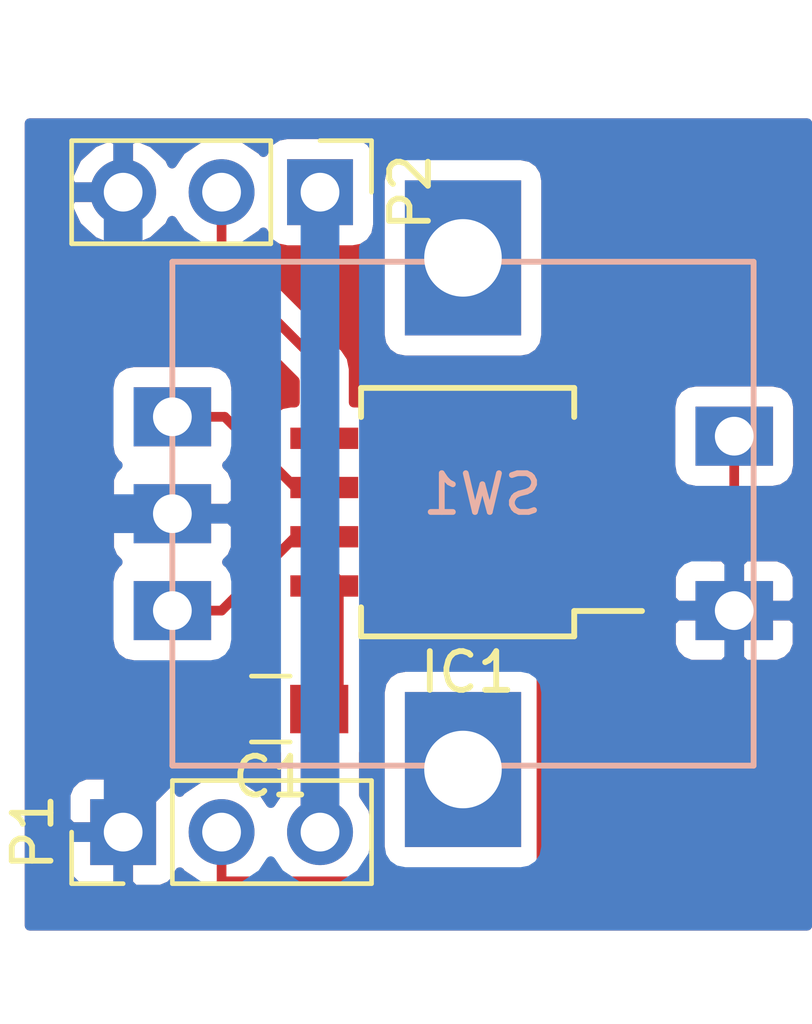
<source format=kicad_pcb>
(kicad_pcb (version 4) (host pcbnew 4.0.5)

  (general
    (links 13)
    (no_connects 0)
    (area 156.715 95.296666 189.491667 128.223333)
    (thickness 1.6)
    (drawings 0)
    (tracks 37)
    (zones 0)
    (modules 5)
    (nets 9)
  )

  (page A4)
  (layers
    (0 F.Cu signal)
    (31 B.Cu signal)
    (32 B.Adhes user)
    (33 F.Adhes user)
    (34 B.Paste user)
    (35 F.Paste user)
    (36 B.SilkS user)
    (37 F.SilkS user)
    (38 B.Mask user)
    (39 F.Mask user)
    (40 Dwgs.User user)
    (41 Cmts.User user)
    (42 Eco1.User user)
    (43 Eco2.User user)
    (44 Edge.Cuts user)
    (45 Margin user)
    (46 B.CrtYd user)
    (47 F.CrtYd user)
    (48 B.Fab user)
    (49 F.Fab user)
  )

  (setup
    (last_trace_width 0.25)
    (trace_clearance 0.2)
    (zone_clearance 0.508)
    (zone_45_only yes)
    (trace_min 0.2)
    (segment_width 0.2)
    (edge_width 0.1)
    (via_size 0.6)
    (via_drill 0.4)
    (via_min_size 0.4)
    (via_min_drill 0.3)
    (uvia_size 0.3)
    (uvia_drill 0.1)
    (uvias_allowed no)
    (uvia_min_size 0.2)
    (uvia_min_drill 0.1)
    (pcb_text_width 0.3)
    (pcb_text_size 1.5 1.5)
    (mod_edge_width 0.15)
    (mod_text_size 1 1)
    (mod_text_width 0.15)
    (pad_size 1.5 1.5)
    (pad_drill 0.6)
    (pad_to_mask_clearance 0)
    (aux_axis_origin 0 0)
    (visible_elements FFFFFF7F)
    (pcbplotparams
      (layerselection 0x00030_80000001)
      (usegerberextensions false)
      (excludeedgelayer true)
      (linewidth 0.100000)
      (plotframeref false)
      (viasonmask false)
      (mode 1)
      (useauxorigin false)
      (hpglpennumber 1)
      (hpglpenspeed 20)
      (hpglpendiameter 15)
      (hpglpenoverlay 2)
      (psnegative false)
      (psa4output false)
      (plotreference true)
      (plotvalue true)
      (plotinvisibletext false)
      (padsonsilk false)
      (subtractmaskfromsilk false)
      (outputformat 1)
      (mirror false)
      (drillshape 1)
      (scaleselection 1)
      (outputdirectory ""))
  )

  (net 0 "")
  (net 1 +5V)
  (net 2 GND)
  (net 3 "Net-(IC1-Pad1)")
  (net 4 "Net-(IC1-Pad2)")
  (net 5 "Net-(IC1-Pad3)")
  (net 6 "Net-(IC1-Pad5)")
  (net 7 "Net-(IC1-Pad6)")
  (net 8 "Net-(IC1-Pad7)")

  (net_class Default "This is the default net class."
    (clearance 0.2)
    (trace_width 0.25)
    (via_dia 0.6)
    (via_drill 0.4)
    (uvia_dia 0.3)
    (uvia_drill 0.1)
    (add_net "Net-(IC1-Pad1)")
    (add_net "Net-(IC1-Pad2)")
    (add_net "Net-(IC1-Pad3)")
    (add_net "Net-(IC1-Pad5)")
    (add_net "Net-(IC1-Pad6)")
    (add_net "Net-(IC1-Pad7)")
  )

  (net_class Power ""
    (clearance 0.2)
    (trace_width 1)
    (via_dia 0.6)
    (via_drill 0.4)
    (uvia_dia 0.3)
    (uvia_drill 0.1)
    (add_net +5V)
    (add_net GND)
  )

  (module MatthewLib:RotEnc (layer B.Cu) (tedit 5A79900C) (tstamp 5B06C3B1)
    (at 161.29 114.3)
    (path /5A785A70)
    (fp_text reference SW1 (at 8 -3) (layer B.SilkS)
      (effects (font (size 1 1) (thickness 0.15)) (justify mirror))
    )
    (fp_text value Rotary_Encoder_Switch (at 8 8) (layer B.Fab) hide
      (effects (font (size 1 1) (thickness 0.15)) (justify mirror))
    )
    (fp_line (start 0 0) (end 0 4) (layer B.SilkS) (width 0.15))
    (fp_line (start 0 4) (end 15 4) (layer B.SilkS) (width 0.15))
    (fp_line (start 15 4) (end 15 -9) (layer B.SilkS) (width 0.15))
    (fp_line (start 15 -9) (end 0 -9) (layer B.SilkS) (width 0.15))
    (fp_line (start 0 -9) (end 0 0) (layer B.SilkS) (width 0.15))
    (pad 1 thru_hole rect (at 0 0) (size 2 1.524) (drill 1) (layers *.Cu *.Mask)
      (net 8 "Net-(IC1-Pad7)"))
    (pad 2 thru_hole rect (at 0 -2.5) (size 2 1.524) (drill 1) (layers *.Cu *.Mask)
      (net 2 GND))
    (pad 3 thru_hole rect (at 0 -5) (size 2 1.524) (drill 1) (layers *.Cu *.Mask)
      (net 7 "Net-(IC1-Pad6)"))
    (pad 4 thru_hole rect (at 14.5 -4.5) (size 2 1.524) (drill 1) (layers *.Cu *.Mask)
      (net 4 "Net-(IC1-Pad2)"))
    (pad 5 thru_hole rect (at 14.5 0) (size 2 1.524) (drill 1) (layers *.Cu *.Mask)
      (net 2 GND))
    (pad "" thru_hole rect (at 7.5 4.1) (size 3 4) (drill 2) (layers *.Cu *.Mask))
    (pad "" thru_hole rect (at 7.5 -9.1) (size 3 4) (drill 2) (layers *.Cu *.Mask))
  )

  (module Capacitors_SMD:C_0805_HandSoldering (layer F.Cu) (tedit 58AA84A8) (tstamp 5B06C38C)
    (at 163.83 116.84 180)
    (descr "Capacitor SMD 0805, hand soldering")
    (tags "capacitor 0805")
    (path /5A798CD1)
    (attr smd)
    (fp_text reference C1 (at 0 -1.75 180) (layer F.SilkS)
      (effects (font (size 1 1) (thickness 0.15)))
    )
    (fp_text value C (at 0 1.75 180) (layer F.Fab)
      (effects (font (size 1 1) (thickness 0.15)))
    )
    (fp_text user %R (at 0 -1.75 180) (layer F.Fab)
      (effects (font (size 1 1) (thickness 0.15)))
    )
    (fp_line (start -1 0.62) (end -1 -0.62) (layer F.Fab) (width 0.1))
    (fp_line (start 1 0.62) (end -1 0.62) (layer F.Fab) (width 0.1))
    (fp_line (start 1 -0.62) (end 1 0.62) (layer F.Fab) (width 0.1))
    (fp_line (start -1 -0.62) (end 1 -0.62) (layer F.Fab) (width 0.1))
    (fp_line (start 0.5 -0.85) (end -0.5 -0.85) (layer F.SilkS) (width 0.12))
    (fp_line (start -0.5 0.85) (end 0.5 0.85) (layer F.SilkS) (width 0.12))
    (fp_line (start -2.25 -0.88) (end 2.25 -0.88) (layer F.CrtYd) (width 0.05))
    (fp_line (start -2.25 -0.88) (end -2.25 0.87) (layer F.CrtYd) (width 0.05))
    (fp_line (start 2.25 0.87) (end 2.25 -0.88) (layer F.CrtYd) (width 0.05))
    (fp_line (start 2.25 0.87) (end -2.25 0.87) (layer F.CrtYd) (width 0.05))
    (pad 1 smd rect (at -1.25 0 180) (size 1.5 1.25) (layers F.Cu F.Paste F.Mask)
      (net 1 +5V))
    (pad 2 smd rect (at 1.25 0 180) (size 1.5 1.25) (layers F.Cu F.Paste F.Mask)
      (net 2 GND))
    (model Capacitors_SMD.3dshapes/C_0805.wrl
      (at (xyz 0 0 0))
      (scale (xyz 1 1 1))
      (rotate (xyz 0 0 0))
    )
  )

  (module Housings_SOIC:SO-8_5.3x6.2mm_Pitch1.27mm (layer F.Cu) (tedit 59920130) (tstamp 5B06C398)
    (at 168.91 111.76 180)
    (descr "8-Lead Plastic Small Outline, 5.3x6.2mm Body (http://www.ti.com.cn/cn/lit/ds/symlink/tl7705a.pdf)")
    (tags "SOIC 1.27")
    (path /5A785B17)
    (attr smd)
    (fp_text reference IC1 (at 0 -4.13 180) (layer F.SilkS)
      (effects (font (size 1 1) (thickness 0.15)))
    )
    (fp_text value ATTINY85-P (at 0 4.13 180) (layer F.Fab)
      (effects (font (size 1 1) (thickness 0.15)))
    )
    (fp_text user %R (at 0 0 180) (layer F.Fab)
      (effects (font (size 1 1) (thickness 0.15)))
    )
    (fp_line (start -1.65 -3.1) (end 2.65 -3.1) (layer F.Fab) (width 0.15))
    (fp_line (start 2.65 -3.1) (end 2.65 3.1) (layer F.Fab) (width 0.15))
    (fp_line (start 2.65 3.1) (end -2.65 3.1) (layer F.Fab) (width 0.15))
    (fp_line (start -2.65 3.1) (end -2.65 -2.1) (layer F.Fab) (width 0.15))
    (fp_line (start -2.65 -2.1) (end -1.65 -3.1) (layer F.Fab) (width 0.15))
    (fp_line (start -4.83 -3.35) (end -4.83 3.35) (layer F.CrtYd) (width 0.05))
    (fp_line (start 4.83 -3.35) (end 4.83 3.35) (layer F.CrtYd) (width 0.05))
    (fp_line (start -4.83 -3.35) (end 4.83 -3.35) (layer F.CrtYd) (width 0.05))
    (fp_line (start -4.83 3.35) (end 4.83 3.35) (layer F.CrtYd) (width 0.05))
    (fp_line (start -2.75 -3.205) (end -2.75 -2.55) (layer F.SilkS) (width 0.15))
    (fp_line (start 2.75 -3.205) (end 2.75 -2.455) (layer F.SilkS) (width 0.15))
    (fp_line (start 2.75 3.205) (end 2.75 2.455) (layer F.SilkS) (width 0.15))
    (fp_line (start -2.75 3.205) (end -2.75 2.455) (layer F.SilkS) (width 0.15))
    (fp_line (start -2.75 -3.205) (end 2.75 -3.205) (layer F.SilkS) (width 0.15))
    (fp_line (start -2.75 3.205) (end 2.75 3.205) (layer F.SilkS) (width 0.15))
    (fp_line (start -2.75 -2.55) (end -4.5 -2.55) (layer F.SilkS) (width 0.15))
    (pad 1 smd rect (at -3.7 -1.905 180) (size 1.75 0.55) (layers F.Cu F.Paste F.Mask)
      (net 3 "Net-(IC1-Pad1)"))
    (pad 2 smd rect (at -3.7 -0.635 180) (size 1.75 0.55) (layers F.Cu F.Paste F.Mask)
      (net 4 "Net-(IC1-Pad2)"))
    (pad 3 smd rect (at -3.7 0.635 180) (size 1.75 0.55) (layers F.Cu F.Paste F.Mask)
      (net 5 "Net-(IC1-Pad3)"))
    (pad 4 smd rect (at -3.7 1.905 180) (size 1.75 0.55) (layers F.Cu F.Paste F.Mask)
      (net 2 GND))
    (pad 5 smd rect (at 3.7 1.905 180) (size 1.75 0.55) (layers F.Cu F.Paste F.Mask)
      (net 6 "Net-(IC1-Pad5)"))
    (pad 6 smd rect (at 3.7 0.635 180) (size 1.75 0.55) (layers F.Cu F.Paste F.Mask)
      (net 7 "Net-(IC1-Pad6)"))
    (pad 7 smd rect (at 3.7 -0.635 180) (size 1.75 0.55) (layers F.Cu F.Paste F.Mask)
      (net 8 "Net-(IC1-Pad7)"))
    (pad 8 smd rect (at 3.7 -1.905 180) (size 1.75 0.55) (layers F.Cu F.Paste F.Mask)
      (net 1 +5V))
    (model ${KISYS3DMOD}/Housings_SOIC.3dshapes/SO-8_5.3x6.2mm_Pitch1.27mm.wrl
      (at (xyz 0 0 0))
      (scale (xyz 1 1 1))
      (rotate (xyz 0 0 0))
    )
  )

  (module Pin_Headers:Pin_Header_Straight_1x03_Pitch2.54mm (layer F.Cu) (tedit 59650532) (tstamp 5B06C39F)
    (at 160.02 120.015 90)
    (descr "Through hole straight pin header, 1x03, 2.54mm pitch, single row")
    (tags "Through hole pin header THT 1x03 2.54mm single row")
    (path /5A785E95)
    (fp_text reference P1 (at 0 -2.33 90) (layer F.SilkS)
      (effects (font (size 1 1) (thickness 0.15)))
    )
    (fp_text value CONN_01X03 (at 0 7.41 90) (layer F.Fab)
      (effects (font (size 1 1) (thickness 0.15)))
    )
    (fp_line (start -0.635 -1.27) (end 1.27 -1.27) (layer F.Fab) (width 0.1))
    (fp_line (start 1.27 -1.27) (end 1.27 6.35) (layer F.Fab) (width 0.1))
    (fp_line (start 1.27 6.35) (end -1.27 6.35) (layer F.Fab) (width 0.1))
    (fp_line (start -1.27 6.35) (end -1.27 -0.635) (layer F.Fab) (width 0.1))
    (fp_line (start -1.27 -0.635) (end -0.635 -1.27) (layer F.Fab) (width 0.1))
    (fp_line (start -1.33 6.41) (end 1.33 6.41) (layer F.SilkS) (width 0.12))
    (fp_line (start -1.33 1.27) (end -1.33 6.41) (layer F.SilkS) (width 0.12))
    (fp_line (start 1.33 1.27) (end 1.33 6.41) (layer F.SilkS) (width 0.12))
    (fp_line (start -1.33 1.27) (end 1.33 1.27) (layer F.SilkS) (width 0.12))
    (fp_line (start -1.33 0) (end -1.33 -1.33) (layer F.SilkS) (width 0.12))
    (fp_line (start -1.33 -1.33) (end 0 -1.33) (layer F.SilkS) (width 0.12))
    (fp_line (start -1.8 -1.8) (end -1.8 6.85) (layer F.CrtYd) (width 0.05))
    (fp_line (start -1.8 6.85) (end 1.8 6.85) (layer F.CrtYd) (width 0.05))
    (fp_line (start 1.8 6.85) (end 1.8 -1.8) (layer F.CrtYd) (width 0.05))
    (fp_line (start 1.8 -1.8) (end -1.8 -1.8) (layer F.CrtYd) (width 0.05))
    (fp_text user %R (at 0 2.54 180) (layer F.Fab)
      (effects (font (size 1 1) (thickness 0.15)))
    )
    (pad 1 thru_hole rect (at 0 0 90) (size 1.7 1.7) (drill 1) (layers *.Cu *.Mask)
      (net 2 GND))
    (pad 2 thru_hole oval (at 0 2.54 90) (size 1.7 1.7) (drill 1) (layers *.Cu *.Mask)
      (net 5 "Net-(IC1-Pad3)"))
    (pad 3 thru_hole oval (at 0 5.08 90) (size 1.7 1.7) (drill 1) (layers *.Cu *.Mask)
      (net 1 +5V))
    (model ${KISYS3DMOD}/Pin_Headers.3dshapes/Pin_Header_Straight_1x03_Pitch2.54mm.wrl
      (at (xyz 0 0 0))
      (scale (xyz 1 1 1))
      (rotate (xyz 0 0 0))
    )
  )

  (module Pin_Headers:Pin_Header_Straight_1x03_Pitch2.54mm (layer F.Cu) (tedit 59650532) (tstamp 5B06C3A6)
    (at 165.1 103.505 270)
    (descr "Through hole straight pin header, 1x03, 2.54mm pitch, single row")
    (tags "Through hole pin header THT 1x03 2.54mm single row")
    (path /5A785EE2)
    (fp_text reference P2 (at 0 -2.33 270) (layer F.SilkS)
      (effects (font (size 1 1) (thickness 0.15)))
    )
    (fp_text value CONN_01X03 (at 0 7.41 270) (layer F.Fab)
      (effects (font (size 1 1) (thickness 0.15)))
    )
    (fp_line (start -0.635 -1.27) (end 1.27 -1.27) (layer F.Fab) (width 0.1))
    (fp_line (start 1.27 -1.27) (end 1.27 6.35) (layer F.Fab) (width 0.1))
    (fp_line (start 1.27 6.35) (end -1.27 6.35) (layer F.Fab) (width 0.1))
    (fp_line (start -1.27 6.35) (end -1.27 -0.635) (layer F.Fab) (width 0.1))
    (fp_line (start -1.27 -0.635) (end -0.635 -1.27) (layer F.Fab) (width 0.1))
    (fp_line (start -1.33 6.41) (end 1.33 6.41) (layer F.SilkS) (width 0.12))
    (fp_line (start -1.33 1.27) (end -1.33 6.41) (layer F.SilkS) (width 0.12))
    (fp_line (start 1.33 1.27) (end 1.33 6.41) (layer F.SilkS) (width 0.12))
    (fp_line (start -1.33 1.27) (end 1.33 1.27) (layer F.SilkS) (width 0.12))
    (fp_line (start -1.33 0) (end -1.33 -1.33) (layer F.SilkS) (width 0.12))
    (fp_line (start -1.33 -1.33) (end 0 -1.33) (layer F.SilkS) (width 0.12))
    (fp_line (start -1.8 -1.8) (end -1.8 6.85) (layer F.CrtYd) (width 0.05))
    (fp_line (start -1.8 6.85) (end 1.8 6.85) (layer F.CrtYd) (width 0.05))
    (fp_line (start 1.8 6.85) (end 1.8 -1.8) (layer F.CrtYd) (width 0.05))
    (fp_line (start 1.8 -1.8) (end -1.8 -1.8) (layer F.CrtYd) (width 0.05))
    (fp_text user %R (at 0 2.54 360) (layer F.Fab)
      (effects (font (size 1 1) (thickness 0.15)))
    )
    (pad 1 thru_hole rect (at 0 0 270) (size 1.7 1.7) (drill 1) (layers *.Cu *.Mask)
      (net 1 +5V))
    (pad 2 thru_hole oval (at 0 2.54 270) (size 1.7 1.7) (drill 1) (layers *.Cu *.Mask)
      (net 6 "Net-(IC1-Pad5)"))
    (pad 3 thru_hole oval (at 0 5.08 270) (size 1.7 1.7) (drill 1) (layers *.Cu *.Mask)
      (net 2 GND))
    (model ${KISYS3DMOD}/Pin_Headers.3dshapes/Pin_Header_Straight_1x03_Pitch2.54mm.wrl
      (at (xyz 0 0 0))
      (scale (xyz 1 1 1))
      (rotate (xyz 0 0 0))
    )
  )

  (segment (start 165.1 120.015) (end 165.1 116.86) (width 1) (layer F.Cu) (net 1) (status 10))
  (segment (start 165.1 116.86) (end 165.08 116.84) (width 1) (layer F.Cu) (net 1) (tstamp 5B06C711))
  (segment (start 165.21 113.665) (end 165.21 116.71) (width 1) (layer F.Cu) (net 1))
  (segment (start 165.21 116.71) (end 165.08 116.84) (width 1) (layer F.Cu) (net 1) (tstamp 5B06C703))
  (segment (start 165.1 120.015) (end 165.1 103.505) (width 1) (layer B.Cu) (net 1) (status 20))
  (segment (start 165.1 113.775) (end 165.21 113.665) (width 0.25) (layer F.Cu) (net 1) (tstamp 5B06C5E3))
  (segment (start 162.58 116.84) (end 162.56 116.84) (width 1) (layer F.Cu) (net 2))
  (segment (start 162.56 116.84) (end 160.02 119.38) (width 1) (layer F.Cu) (net 2) (tstamp 5B06C70A))
  (segment (start 160.02 119.38) (end 160.02 120.015) (width 1) (layer F.Cu) (net 2) (tstamp 5B06C70D) (status 20))
  (segment (start 161.29 111.8) (end 158.75 111.8) (width 1) (layer B.Cu) (net 2))
  (segment (start 158.75 111.8) (end 158.75 111.76) (width 1) (layer B.Cu) (net 2) (tstamp 5B06C6B9))
  (segment (start 160.02 120.015) (end 160.02 116.84) (width 1) (layer B.Cu) (net 2) (status 10))
  (segment (start 160.02 106.68) (end 160.02 103.505) (width 1) (layer B.Cu) (net 2) (tstamp 5B06C6B6) (status 20))
  (segment (start 158.75 107.95) (end 160.02 106.68) (width 1) (layer B.Cu) (net 2) (tstamp 5B06C6B5))
  (segment (start 158.75 115.57) (end 158.75 111.76) (width 1) (layer B.Cu) (net 2) (tstamp 5B06C6AC))
  (segment (start 158.75 111.76) (end 158.75 107.95) (width 1) (layer B.Cu) (net 2) (tstamp 5B06C6BC))
  (segment (start 160.02 116.84) (end 158.75 115.57) (width 1) (layer B.Cu) (net 2) (tstamp 5B06C6A8))
  (segment (start 160.02 120.015) (end 160.02 119.38) (width 1) (layer B.Cu) (net 2) (status 10))
  (segment (start 160.02 119.38) (end 162.56 116.84) (width 1) (layer B.Cu) (net 2) (tstamp 5B06C6A0))
  (segment (start 172.61 112.395) (end 174.625 112.395) (width 0.25) (layer F.Cu) (net 4))
  (segment (start 175.79 111.23) (end 175.79 109.8) (width 0.25) (layer F.Cu) (net 4) (tstamp 5B06C5DA))
  (segment (start 174.625 112.395) (end 175.79 111.23) (width 0.25) (layer F.Cu) (net 4) (tstamp 5B06C5D5))
  (segment (start 172.61 111.125) (end 170.815 111.125) (width 0.25) (layer F.Cu) (net 5))
  (segment (start 162.56 121.285) (end 162.56 120.015) (width 0.25) (layer F.Cu) (net 5) (tstamp 5B06CB52) (status 800020))
  (segment (start 170.815 121.285) (end 162.56 121.285) (width 0.25) (layer F.Cu) (net 5) (tstamp 5B06CB4D))
  (segment (start 170.815 111.125) (end 170.815 121.285) (width 0.25) (layer F.Cu) (net 5) (tstamp 5B06CB4B))
  (segment (start 162.56 120.015) (end 162.56 120.65) (width 0.25) (layer F.Cu) (net 5) (status 30))
  (segment (start 162.56 120.015) (end 162.56 120.65) (width 0.25) (layer F.Cu) (net 5) (tstamp 5B06C790) (status 30))
  (segment (start 165.21 109.855) (end 165.21 108.06) (width 0.25) (layer F.Cu) (net 6))
  (segment (start 162.56 105.41) (end 162.56 103.505) (width 0.25) (layer F.Cu) (net 6) (tstamp 5B06C6E6) (status 20))
  (segment (start 165.21 108.06) (end 162.56 105.41) (width 0.25) (layer F.Cu) (net 6) (tstamp 5B06C6E2))
  (segment (start 165.21 111.125) (end 164.465 111.125) (width 0.25) (layer F.Cu) (net 7))
  (segment (start 164.465 111.125) (end 162.64 109.3) (width 0.25) (layer F.Cu) (net 7) (tstamp 5B06C6EA))
  (segment (start 162.64 109.3) (end 161.29 109.3) (width 0.25) (layer F.Cu) (net 7) (tstamp 5B06C6F2))
  (segment (start 161.29 114.3) (end 162.56 114.3) (width 0.25) (layer F.Cu) (net 8))
  (segment (start 162.56 114.3) (end 164.465 112.395) (width 0.25) (layer F.Cu) (net 8) (tstamp 5B06C6F7))
  (segment (start 164.465 112.395) (end 165.21 112.395) (width 0.25) (layer F.Cu) (net 8) (tstamp 5B06C6FA))

  (zone (net 2) (net_name GND) (layer F.Cu) (tstamp 5B06C7DF) (hatch edge 0.508)
    (connect_pads (clearance 0.508))
    (min_thickness 0.254)
    (fill yes (arc_segments 16) (thermal_gap 0.508) (thermal_bridge_width 0.508))
    (polygon
      (pts
        (xy 177.8 122.555) (xy 157.48 122.555) (xy 157.48 101.6) (xy 177.8 101.6)
      )
    )
    (filled_polygon
      (pts
        (xy 177.673 122.428) (xy 157.607 122.428) (xy 157.607 120.30075) (xy 158.535 120.30075) (xy 158.535 120.991309)
        (xy 158.631673 121.224698) (xy 158.810301 121.403327) (xy 159.04369 121.5) (xy 159.73425 121.5) (xy 159.893 121.34125)
        (xy 159.893 120.142) (xy 158.69375 120.142) (xy 158.535 120.30075) (xy 157.607 120.30075) (xy 157.607 119.038691)
        (xy 158.535 119.038691) (xy 158.535 119.72925) (xy 158.69375 119.888) (xy 159.893 119.888) (xy 159.893 118.68875)
        (xy 159.73425 118.53) (xy 159.04369 118.53) (xy 158.810301 118.626673) (xy 158.631673 118.805302) (xy 158.535 119.038691)
        (xy 157.607 119.038691) (xy 157.607 117.12575) (xy 161.195 117.12575) (xy 161.195 117.59131) (xy 161.291673 117.824699)
        (xy 161.470302 118.003327) (xy 161.703691 118.1) (xy 162.29425 118.1) (xy 162.453 117.94125) (xy 162.453 116.967)
        (xy 161.35375 116.967) (xy 161.195 117.12575) (xy 157.607 117.12575) (xy 157.607 108.538) (xy 159.64256 108.538)
        (xy 159.64256 110.062) (xy 159.686838 110.297317) (xy 159.82591 110.513441) (xy 159.879748 110.550227) (xy 159.751673 110.678301)
        (xy 159.655 110.91169) (xy 159.655 111.51425) (xy 159.81375 111.673) (xy 161.163 111.673) (xy 161.163 111.653)
        (xy 161.417 111.653) (xy 161.417 111.673) (xy 162.76625 111.673) (xy 162.925 111.51425) (xy 162.925 110.91169)
        (xy 162.828327 110.678301) (xy 162.701693 110.551667) (xy 162.741441 110.52609) (xy 162.761675 110.496477) (xy 163.692743 111.427545)
        (xy 163.731838 111.635317) (xy 163.812248 111.760277) (xy 163.738569 111.86811) (xy 163.693238 112.09196) (xy 162.721148 113.06405)
        (xy 162.700252 113.049773) (xy 162.828327 112.921699) (xy 162.925 112.68831) (xy 162.925 112.08575) (xy 162.76625 111.927)
        (xy 161.417 111.927) (xy 161.417 111.947) (xy 161.163 111.947) (xy 161.163 111.927) (xy 159.81375 111.927)
        (xy 159.655 112.08575) (xy 159.655 112.68831) (xy 159.751673 112.921699) (xy 159.878307 113.048333) (xy 159.838559 113.07391)
        (xy 159.693569 113.28611) (xy 159.64256 113.538) (xy 159.64256 115.062) (xy 159.686838 115.297317) (xy 159.82591 115.513441)
        (xy 160.03811 115.658431) (xy 160.29 115.70944) (xy 161.437535 115.70944) (xy 161.291673 115.855301) (xy 161.195 116.08869)
        (xy 161.195 116.55425) (xy 161.35375 116.713) (xy 162.453 116.713) (xy 162.453 116.693) (xy 162.707 116.693)
        (xy 162.707 116.713) (xy 162.727 116.713) (xy 162.727 116.967) (xy 162.707 116.967) (xy 162.707 117.94125)
        (xy 162.86575 118.1) (xy 163.456309 118.1) (xy 163.689698 118.003327) (xy 163.830936 117.86209) (xy 163.86591 117.916441)
        (xy 163.965 117.984146) (xy 163.965 119.062984) (xy 163.83 119.265026) (xy 163.610054 118.935853) (xy 163.128285 118.613946)
        (xy 162.56 118.500907) (xy 161.991715 118.613946) (xy 161.509946 118.935853) (xy 161.480597 118.979777) (xy 161.408327 118.805302)
        (xy 161.229699 118.626673) (xy 160.99631 118.53) (xy 160.30575 118.53) (xy 160.147 118.68875) (xy 160.147 119.888)
        (xy 160.167 119.888) (xy 160.167 120.142) (xy 160.147 120.142) (xy 160.147 121.34125) (xy 160.30575 121.5)
        (xy 160.99631 121.5) (xy 161.229699 121.403327) (xy 161.408327 121.224698) (xy 161.480597 121.050223) (xy 161.509946 121.094147)
        (xy 161.800678 121.288407) (xy 161.857852 121.575839) (xy 162.022599 121.822401) (xy 162.269161 121.987148) (xy 162.56 122.045)
        (xy 170.815 122.045) (xy 171.105839 121.987148) (xy 171.352401 121.822401) (xy 171.517148 121.575839) (xy 171.575 121.285)
        (xy 171.575 114.555039) (xy 171.735 114.58744) (xy 173.485 114.58744) (xy 173.493981 114.58575) (xy 174.155 114.58575)
        (xy 174.155 115.18831) (xy 174.251673 115.421699) (xy 174.430302 115.600327) (xy 174.663691 115.697) (xy 175.50425 115.697)
        (xy 175.663 115.53825) (xy 175.663 114.427) (xy 175.917 114.427) (xy 175.917 115.53825) (xy 176.07575 115.697)
        (xy 176.916309 115.697) (xy 177.149698 115.600327) (xy 177.328327 115.421699) (xy 177.425 115.18831) (xy 177.425 114.58575)
        (xy 177.26625 114.427) (xy 175.917 114.427) (xy 175.663 114.427) (xy 174.31375 114.427) (xy 174.155 114.58575)
        (xy 173.493981 114.58575) (xy 173.720317 114.543162) (xy 173.936441 114.40409) (xy 174.081431 114.19189) (xy 174.13244 113.94)
        (xy 174.13244 113.39) (xy 174.088222 113.155) (xy 174.274974 113.155) (xy 174.251673 113.178301) (xy 174.155 113.41169)
        (xy 174.155 114.01425) (xy 174.31375 114.173) (xy 175.663 114.173) (xy 175.663 113.06175) (xy 175.917 113.06175)
        (xy 175.917 114.173) (xy 177.26625 114.173) (xy 177.425 114.01425) (xy 177.425 113.41169) (xy 177.328327 113.178301)
        (xy 177.149698 112.999673) (xy 176.916309 112.903) (xy 176.07575 112.903) (xy 175.917 113.06175) (xy 175.663 113.06175)
        (xy 175.50425 112.903) (xy 175.191802 112.903) (xy 176.327401 111.767401) (xy 176.492148 111.520839) (xy 176.55 111.23)
        (xy 176.55 111.20944) (xy 176.79 111.20944) (xy 177.025317 111.165162) (xy 177.241441 111.02609) (xy 177.386431 110.81389)
        (xy 177.43744 110.562) (xy 177.43744 109.038) (xy 177.393162 108.802683) (xy 177.25409 108.586559) (xy 177.04189 108.441569)
        (xy 176.79 108.39056) (xy 174.79 108.39056) (xy 174.554683 108.434838) (xy 174.338559 108.57391) (xy 174.193569 108.78611)
        (xy 174.14256 109.038) (xy 174.14256 110.562) (xy 174.186838 110.797317) (xy 174.32591 111.013441) (xy 174.53811 111.158431)
        (xy 174.744892 111.200306) (xy 174.310198 111.635) (xy 174.084851 111.635) (xy 174.13244 111.4) (xy 174.13244 110.85)
        (xy 174.088162 110.614683) (xy 174.013841 110.499185) (xy 174.023327 110.489699) (xy 174.12 110.25631) (xy 174.12 110.14075)
        (xy 173.96125 109.982) (xy 172.737 109.982) (xy 172.737 110.002) (xy 172.483 110.002) (xy 172.483 109.982)
        (xy 171.25875 109.982) (xy 171.1 110.14075) (xy 171.1 110.25631) (xy 171.145021 110.365) (xy 170.815 110.365)
        (xy 170.524161 110.422852) (xy 170.277599 110.587599) (xy 170.112852 110.834161) (xy 170.055 111.125) (xy 170.055 115.75256)
        (xy 167.29 115.75256) (xy 167.054683 115.796838) (xy 166.838559 115.93591) (xy 166.693569 116.14811) (xy 166.64256 116.4)
        (xy 166.64256 120.4) (xy 166.66608 120.525) (xy 166.489342 120.525) (xy 166.585 120.044093) (xy 166.585 119.985907)
        (xy 166.471961 119.417622) (xy 166.235 119.062984) (xy 166.235 117.958974) (xy 166.281441 117.92909) (xy 166.426431 117.71689)
        (xy 166.47744 117.465) (xy 166.47744 116.215) (xy 166.433162 115.979683) (xy 166.345 115.842675) (xy 166.345 114.527279)
        (xy 166.536441 114.40409) (xy 166.681431 114.19189) (xy 166.73244 113.94) (xy 166.73244 113.39) (xy 166.688162 113.154683)
        (xy 166.607752 113.029723) (xy 166.681431 112.92189) (xy 166.73244 112.67) (xy 166.73244 112.12) (xy 166.688162 111.884683)
        (xy 166.607752 111.759723) (xy 166.681431 111.65189) (xy 166.73244 111.4) (xy 166.73244 110.85) (xy 166.688162 110.614683)
        (xy 166.607752 110.489723) (xy 166.681431 110.38189) (xy 166.73244 110.13) (xy 166.73244 109.58) (xy 166.708674 109.45369)
        (xy 171.1 109.45369) (xy 171.1 109.56925) (xy 171.25875 109.728) (xy 172.483 109.728) (xy 172.483 109.10375)
        (xy 172.737 109.10375) (xy 172.737 109.728) (xy 173.96125 109.728) (xy 174.12 109.56925) (xy 174.12 109.45369)
        (xy 174.023327 109.220301) (xy 173.844698 109.041673) (xy 173.611309 108.945) (xy 172.89575 108.945) (xy 172.737 109.10375)
        (xy 172.483 109.10375) (xy 172.32425 108.945) (xy 171.608691 108.945) (xy 171.375302 109.041673) (xy 171.196673 109.220301)
        (xy 171.1 109.45369) (xy 166.708674 109.45369) (xy 166.688162 109.344683) (xy 166.54909 109.128559) (xy 166.33689 108.983569)
        (xy 166.085 108.93256) (xy 165.97 108.93256) (xy 165.97 108.06) (xy 165.912148 107.769161) (xy 165.747401 107.522599)
        (xy 163.32 105.095198) (xy 163.32 104.777954) (xy 163.610054 104.584147) (xy 163.63785 104.542548) (xy 163.646838 104.590317)
        (xy 163.78591 104.806441) (xy 163.99811 104.951431) (xy 164.25 105.00244) (xy 165.95 105.00244) (xy 166.185317 104.958162)
        (xy 166.401441 104.81909) (xy 166.546431 104.60689) (xy 166.59744 104.355) (xy 166.59744 103.2) (xy 166.64256 103.2)
        (xy 166.64256 107.2) (xy 166.686838 107.435317) (xy 166.82591 107.651441) (xy 167.03811 107.796431) (xy 167.29 107.84744)
        (xy 170.29 107.84744) (xy 170.525317 107.803162) (xy 170.741441 107.66409) (xy 170.886431 107.45189) (xy 170.93744 107.2)
        (xy 170.93744 103.2) (xy 170.893162 102.964683) (xy 170.75409 102.748559) (xy 170.54189 102.603569) (xy 170.29 102.55256)
        (xy 167.29 102.55256) (xy 167.054683 102.596838) (xy 166.838559 102.73591) (xy 166.693569 102.94811) (xy 166.64256 103.2)
        (xy 166.59744 103.2) (xy 166.59744 102.655) (xy 166.553162 102.419683) (xy 166.41409 102.203559) (xy 166.20189 102.058569)
        (xy 165.95 102.00756) (xy 164.25 102.00756) (xy 164.014683 102.051838) (xy 163.798559 102.19091) (xy 163.653569 102.40311)
        (xy 163.639914 102.470541) (xy 163.610054 102.425853) (xy 163.128285 102.103946) (xy 162.56 101.990907) (xy 161.991715 102.103946)
        (xy 161.509946 102.425853) (xy 161.282298 102.766553) (xy 161.215183 102.623642) (xy 160.786924 102.233355) (xy 160.37689 102.063524)
        (xy 160.147 102.184845) (xy 160.147 103.378) (xy 160.167 103.378) (xy 160.167 103.632) (xy 160.147 103.632)
        (xy 160.147 104.825155) (xy 160.37689 104.946476) (xy 160.786924 104.776645) (xy 161.215183 104.386358) (xy 161.282298 104.243447)
        (xy 161.509946 104.584147) (xy 161.8 104.777954) (xy 161.8 105.41) (xy 161.857852 105.700839) (xy 162.022599 105.947401)
        (xy 164.45 108.374802) (xy 164.45 108.93256) (xy 164.335 108.93256) (xy 164.099683 108.976838) (xy 163.883559 109.11591)
        (xy 163.740332 109.32553) (xy 163.177401 108.762599) (xy 162.93744 108.602263) (xy 162.93744 108.538) (xy 162.893162 108.302683)
        (xy 162.75409 108.086559) (xy 162.54189 107.941569) (xy 162.29 107.89056) (xy 160.29 107.89056) (xy 160.054683 107.934838)
        (xy 159.838559 108.07391) (xy 159.693569 108.28611) (xy 159.64256 108.538) (xy 157.607 108.538) (xy 157.607 103.861892)
        (xy 158.578514 103.861892) (xy 158.824817 104.386358) (xy 159.253076 104.776645) (xy 159.66311 104.946476) (xy 159.893 104.825155)
        (xy 159.893 103.632) (xy 158.699181 103.632) (xy 158.578514 103.861892) (xy 157.607 103.861892) (xy 157.607 103.148108)
        (xy 158.578514 103.148108) (xy 158.699181 103.378) (xy 159.893 103.378) (xy 159.893 102.184845) (xy 159.66311 102.063524)
        (xy 159.253076 102.233355) (xy 158.824817 102.623642) (xy 158.578514 103.148108) (xy 157.607 103.148108) (xy 157.607 101.727)
        (xy 177.673 101.727)
      )
    )
  )
  (zone (net 2) (net_name GND) (layer B.Cu) (tstamp 5B06C7DF) (hatch edge 0.508)
    (connect_pads (clearance 0.508))
    (min_thickness 0.254)
    (fill yes (arc_segments 16) (thermal_gap 0.508) (thermal_bridge_width 0.508))
    (polygon
      (pts
        (xy 177.8 122.555) (xy 157.48 122.555) (xy 157.48 101.6) (xy 177.8 101.6)
      )
    )
    (filled_polygon
      (pts
        (xy 177.673 122.428) (xy 157.607 122.428) (xy 157.607 120.30075) (xy 158.535 120.30075) (xy 158.535 120.991309)
        (xy 158.631673 121.224698) (xy 158.810301 121.403327) (xy 159.04369 121.5) (xy 159.73425 121.5) (xy 159.893 121.34125)
        (xy 159.893 120.142) (xy 158.69375 120.142) (xy 158.535 120.30075) (xy 157.607 120.30075) (xy 157.607 119.038691)
        (xy 158.535 119.038691) (xy 158.535 119.72925) (xy 158.69375 119.888) (xy 159.893 119.888) (xy 159.893 118.68875)
        (xy 159.73425 118.53) (xy 159.04369 118.53) (xy 158.810301 118.626673) (xy 158.631673 118.805302) (xy 158.535 119.038691)
        (xy 157.607 119.038691) (xy 157.607 113.538) (xy 159.64256 113.538) (xy 159.64256 115.062) (xy 159.686838 115.297317)
        (xy 159.82591 115.513441) (xy 160.03811 115.658431) (xy 160.29 115.70944) (xy 162.29 115.70944) (xy 162.525317 115.665162)
        (xy 162.741441 115.52609) (xy 162.886431 115.31389) (xy 162.93744 115.062) (xy 162.93744 113.538) (xy 162.893162 113.302683)
        (xy 162.75409 113.086559) (xy 162.700252 113.049773) (xy 162.828327 112.921699) (xy 162.925 112.68831) (xy 162.925 112.08575)
        (xy 162.76625 111.927) (xy 161.417 111.927) (xy 161.417 111.947) (xy 161.163 111.947) (xy 161.163 111.927)
        (xy 159.81375 111.927) (xy 159.655 112.08575) (xy 159.655 112.68831) (xy 159.751673 112.921699) (xy 159.878307 113.048333)
        (xy 159.838559 113.07391) (xy 159.693569 113.28611) (xy 159.64256 113.538) (xy 157.607 113.538) (xy 157.607 108.538)
        (xy 159.64256 108.538) (xy 159.64256 110.062) (xy 159.686838 110.297317) (xy 159.82591 110.513441) (xy 159.879748 110.550227)
        (xy 159.751673 110.678301) (xy 159.655 110.91169) (xy 159.655 111.51425) (xy 159.81375 111.673) (xy 161.163 111.673)
        (xy 161.163 111.653) (xy 161.417 111.653) (xy 161.417 111.673) (xy 162.76625 111.673) (xy 162.925 111.51425)
        (xy 162.925 110.91169) (xy 162.828327 110.678301) (xy 162.701693 110.551667) (xy 162.741441 110.52609) (xy 162.886431 110.31389)
        (xy 162.93744 110.062) (xy 162.93744 108.538) (xy 162.893162 108.302683) (xy 162.75409 108.086559) (xy 162.54189 107.941569)
        (xy 162.29 107.89056) (xy 160.29 107.89056) (xy 160.054683 107.934838) (xy 159.838559 108.07391) (xy 159.693569 108.28611)
        (xy 159.64256 108.538) (xy 157.607 108.538) (xy 157.607 103.861892) (xy 158.578514 103.861892) (xy 158.824817 104.386358)
        (xy 159.253076 104.776645) (xy 159.66311 104.946476) (xy 159.893 104.825155) (xy 159.893 103.632) (xy 158.699181 103.632)
        (xy 158.578514 103.861892) (xy 157.607 103.861892) (xy 157.607 103.148108) (xy 158.578514 103.148108) (xy 158.699181 103.378)
        (xy 159.893 103.378) (xy 159.893 102.184845) (xy 160.147 102.184845) (xy 160.147 103.378) (xy 160.167 103.378)
        (xy 160.167 103.632) (xy 160.147 103.632) (xy 160.147 104.825155) (xy 160.37689 104.946476) (xy 160.786924 104.776645)
        (xy 161.215183 104.386358) (xy 161.282298 104.243447) (xy 161.509946 104.584147) (xy 161.991715 104.906054) (xy 162.56 105.019093)
        (xy 163.128285 104.906054) (xy 163.610054 104.584147) (xy 163.63785 104.542548) (xy 163.646838 104.590317) (xy 163.78591 104.806441)
        (xy 163.965 104.928808) (xy 163.965 119.062984) (xy 163.83 119.265026) (xy 163.610054 118.935853) (xy 163.128285 118.613946)
        (xy 162.56 118.500907) (xy 161.991715 118.613946) (xy 161.509946 118.935853) (xy 161.480597 118.979777) (xy 161.408327 118.805302)
        (xy 161.229699 118.626673) (xy 160.99631 118.53) (xy 160.30575 118.53) (xy 160.147 118.68875) (xy 160.147 119.888)
        (xy 160.167 119.888) (xy 160.167 120.142) (xy 160.147 120.142) (xy 160.147 121.34125) (xy 160.30575 121.5)
        (xy 160.99631 121.5) (xy 161.229699 121.403327) (xy 161.408327 121.224698) (xy 161.480597 121.050223) (xy 161.509946 121.094147)
        (xy 161.991715 121.416054) (xy 162.56 121.529093) (xy 163.128285 121.416054) (xy 163.610054 121.094147) (xy 163.83 120.764974)
        (xy 164.049946 121.094147) (xy 164.531715 121.416054) (xy 165.1 121.529093) (xy 165.668285 121.416054) (xy 166.150054 121.094147)
        (xy 166.471961 120.612378) (xy 166.585 120.044093) (xy 166.585 119.985907) (xy 166.471961 119.417622) (xy 166.235 119.062984)
        (xy 166.235 116.4) (xy 166.64256 116.4) (xy 166.64256 120.4) (xy 166.686838 120.635317) (xy 166.82591 120.851441)
        (xy 167.03811 120.996431) (xy 167.29 121.04744) (xy 170.29 121.04744) (xy 170.525317 121.003162) (xy 170.741441 120.86409)
        (xy 170.886431 120.65189) (xy 170.93744 120.4) (xy 170.93744 116.4) (xy 170.893162 116.164683) (xy 170.75409 115.948559)
        (xy 170.54189 115.803569) (xy 170.29 115.75256) (xy 167.29 115.75256) (xy 167.054683 115.796838) (xy 166.838559 115.93591)
        (xy 166.693569 116.14811) (xy 166.64256 116.4) (xy 166.235 116.4) (xy 166.235 114.58575) (xy 174.155 114.58575)
        (xy 174.155 115.18831) (xy 174.251673 115.421699) (xy 174.430302 115.600327) (xy 174.663691 115.697) (xy 175.50425 115.697)
        (xy 175.663 115.53825) (xy 175.663 114.427) (xy 175.917 114.427) (xy 175.917 115.53825) (xy 176.07575 115.697)
        (xy 176.916309 115.697) (xy 177.149698 115.600327) (xy 177.328327 115.421699) (xy 177.425 115.18831) (xy 177.425 114.58575)
        (xy 177.26625 114.427) (xy 175.917 114.427) (xy 175.663 114.427) (xy 174.31375 114.427) (xy 174.155 114.58575)
        (xy 166.235 114.58575) (xy 166.235 113.41169) (xy 174.155 113.41169) (xy 174.155 114.01425) (xy 174.31375 114.173)
        (xy 175.663 114.173) (xy 175.663 113.06175) (xy 175.917 113.06175) (xy 175.917 114.173) (xy 177.26625 114.173)
        (xy 177.425 114.01425) (xy 177.425 113.41169) (xy 177.328327 113.178301) (xy 177.149698 112.999673) (xy 176.916309 112.903)
        (xy 176.07575 112.903) (xy 175.917 113.06175) (xy 175.663 113.06175) (xy 175.50425 112.903) (xy 174.663691 112.903)
        (xy 174.430302 112.999673) (xy 174.251673 113.178301) (xy 174.155 113.41169) (xy 166.235 113.41169) (xy 166.235 109.038)
        (xy 174.14256 109.038) (xy 174.14256 110.562) (xy 174.186838 110.797317) (xy 174.32591 111.013441) (xy 174.53811 111.158431)
        (xy 174.79 111.20944) (xy 176.79 111.20944) (xy 177.025317 111.165162) (xy 177.241441 111.02609) (xy 177.386431 110.81389)
        (xy 177.43744 110.562) (xy 177.43744 109.038) (xy 177.393162 108.802683) (xy 177.25409 108.586559) (xy 177.04189 108.441569)
        (xy 176.79 108.39056) (xy 174.79 108.39056) (xy 174.554683 108.434838) (xy 174.338559 108.57391) (xy 174.193569 108.78611)
        (xy 174.14256 109.038) (xy 166.235 109.038) (xy 166.235 104.926192) (xy 166.401441 104.81909) (xy 166.546431 104.60689)
        (xy 166.59744 104.355) (xy 166.59744 103.2) (xy 166.64256 103.2) (xy 166.64256 107.2) (xy 166.686838 107.435317)
        (xy 166.82591 107.651441) (xy 167.03811 107.796431) (xy 167.29 107.84744) (xy 170.29 107.84744) (xy 170.525317 107.803162)
        (xy 170.741441 107.66409) (xy 170.886431 107.45189) (xy 170.93744 107.2) (xy 170.93744 103.2) (xy 170.893162 102.964683)
        (xy 170.75409 102.748559) (xy 170.54189 102.603569) (xy 170.29 102.55256) (xy 167.29 102.55256) (xy 167.054683 102.596838)
        (xy 166.838559 102.73591) (xy 166.693569 102.94811) (xy 166.64256 103.2) (xy 166.59744 103.2) (xy 166.59744 102.655)
        (xy 166.553162 102.419683) (xy 166.41409 102.203559) (xy 166.20189 102.058569) (xy 165.95 102.00756) (xy 164.25 102.00756)
        (xy 164.014683 102.051838) (xy 163.798559 102.19091) (xy 163.653569 102.40311) (xy 163.639914 102.470541) (xy 163.610054 102.425853)
        (xy 163.128285 102.103946) (xy 162.56 101.990907) (xy 161.991715 102.103946) (xy 161.509946 102.425853) (xy 161.282298 102.766553)
        (xy 161.215183 102.623642) (xy 160.786924 102.233355) (xy 160.37689 102.063524) (xy 160.147 102.184845) (xy 159.893 102.184845)
        (xy 159.66311 102.063524) (xy 159.253076 102.233355) (xy 158.824817 102.623642) (xy 158.578514 103.148108) (xy 157.607 103.148108)
        (xy 157.607 101.727) (xy 177.673 101.727)
      )
    )
  )
)

</source>
